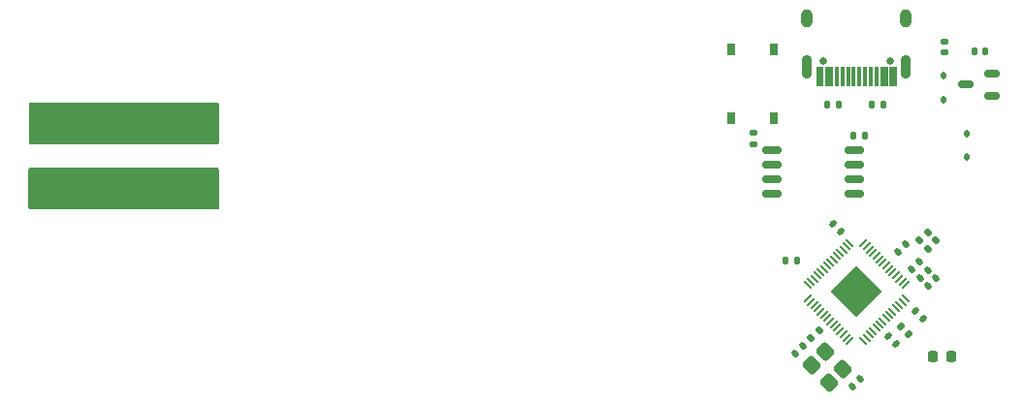
<source format=gts>
G04 #@! TF.GenerationSoftware,KiCad,Pcbnew,9.0.3*
G04 #@! TF.CreationDate,2025-08-18T16:43:48-07:00*
G04 #@! TF.ProjectId,OneBoardFlex,4f6e6542-6f61-4726-9446-6c65782e6b69,rev?*
G04 #@! TF.SameCoordinates,Original*
G04 #@! TF.FileFunction,Soldermask,Top*
G04 #@! TF.FilePolarity,Negative*
%FSLAX46Y46*%
G04 Gerber Fmt 4.6, Leading zero omitted, Abs format (unit mm)*
G04 Created by KiCad (PCBNEW 9.0.3) date 2025-08-18 16:43:48*
%MOMM*%
%LPD*%
G01*
G04 APERTURE LIST*
G04 Aperture macros list*
%AMRoundRect*
0 Rectangle with rounded corners*
0 $1 Rounding radius*
0 $2 $3 $4 $5 $6 $7 $8 $9 X,Y pos of 4 corners*
0 Add a 4 corners polygon primitive as box body*
4,1,4,$2,$3,$4,$5,$6,$7,$8,$9,$2,$3,0*
0 Add four circle primitives for the rounded corners*
1,1,$1+$1,$2,$3*
1,1,$1+$1,$4,$5*
1,1,$1+$1,$6,$7*
1,1,$1+$1,$8,$9*
0 Add four rect primitives between the rounded corners*
20,1,$1+$1,$2,$3,$4,$5,0*
20,1,$1+$1,$4,$5,$6,$7,0*
20,1,$1+$1,$6,$7,$8,$9,0*
20,1,$1+$1,$8,$9,$2,$3,0*%
%AMRotRect*
0 Rectangle, with rotation*
0 The origin of the aperture is its center*
0 $1 length*
0 $2 width*
0 $3 Rotation angle, in degrees counterclockwise*
0 Add horizontal line*
21,1,$1,$2,0,0,$3*%
G04 Aperture macros list end*
%ADD10C,0.650000*%
%ADD11R,0.300000X1.750000*%
%ADD12O,0.900000X2.100000*%
%ADD13O,1.000000X1.600000*%
%ADD14RoundRect,0.140000X-0.140000X-0.170000X0.140000X-0.170000X0.140000X0.170000X-0.140000X0.170000X0*%
%ADD15RoundRect,0.140000X-0.219203X-0.021213X-0.021213X-0.219203X0.219203X0.021213X0.021213X0.219203X0*%
%ADD16RoundRect,0.140000X0.021213X-0.219203X0.219203X-0.021213X-0.021213X0.219203X-0.219203X0.021213X0*%
%ADD17RoundRect,0.112500X-0.112500X0.187500X-0.112500X-0.187500X0.112500X-0.187500X0.112500X0.187500X0*%
%ADD18RoundRect,0.135000X-0.035355X0.226274X-0.226274X0.035355X0.035355X-0.226274X0.226274X-0.035355X0*%
%ADD19RoundRect,0.140000X-0.170000X0.140000X-0.170000X-0.140000X0.170000X-0.140000X0.170000X0.140000X0*%
%ADD20RoundRect,0.218750X0.218750X0.256250X-0.218750X0.256250X-0.218750X-0.256250X0.218750X-0.256250X0*%
%ADD21RoundRect,0.140000X-0.021213X0.219203X-0.219203X0.021213X0.021213X-0.219203X0.219203X-0.021213X0*%
%ADD22RoundRect,0.250000X-0.565685X0.070711X0.070711X-0.565685X0.565685X-0.070711X-0.070711X0.565685X0*%
%ADD23RoundRect,0.135000X0.135000X0.185000X-0.135000X0.185000X-0.135000X-0.185000X0.135000X-0.185000X0*%
%ADD24RoundRect,0.135000X-0.185000X0.135000X-0.185000X-0.135000X0.185000X-0.135000X0.185000X0.135000X0*%
%ADD25RoundRect,0.140000X0.219203X0.021213X0.021213X0.219203X-0.219203X-0.021213X-0.021213X-0.219203X0*%
%ADD26RoundRect,0.050000X-0.309359X0.238649X0.238649X-0.309359X0.309359X-0.238649X-0.238649X0.309359X0*%
%ADD27RoundRect,0.050000X-0.309359X-0.238649X-0.238649X-0.309359X0.309359X0.238649X0.238649X0.309359X0*%
%ADD28RotRect,3.200000X3.200000X315.000000*%
%ADD29RoundRect,0.150000X0.512500X0.150000X-0.512500X0.150000X-0.512500X-0.150000X0.512500X-0.150000X0*%
%ADD30RoundRect,0.135000X-0.226274X-0.035355X-0.035355X-0.226274X0.226274X0.035355X0.035355X0.226274X0*%
%ADD31RoundRect,0.162500X-0.650000X-0.162500X0.650000X-0.162500X0.650000X0.162500X-0.650000X0.162500X0*%
%ADD32R,0.750000X1.000000*%
%ADD33RoundRect,0.135000X-0.135000X-0.185000X0.135000X-0.185000X0.135000X0.185000X-0.135000X0.185000X0*%
G04 APERTURE END LIST*
D10*
X195597800Y-72183800D03*
X189817800Y-72183800D03*
D11*
X196057800Y-73523800D03*
X195257800Y-73523800D03*
X193957800Y-73523800D03*
X192957800Y-73523800D03*
X192457800Y-73523800D03*
X191457800Y-73523800D03*
X190157800Y-73523800D03*
X189357800Y-73523800D03*
X189657800Y-73523800D03*
X190457800Y-73523800D03*
X190957800Y-73523800D03*
X191957800Y-73523800D03*
X193457800Y-73523800D03*
X194457800Y-73523800D03*
X194957800Y-73523800D03*
X195757800Y-73523800D03*
D12*
X197027800Y-72683800D03*
D13*
X197027800Y-68503800D03*
D12*
X188387800Y-72683800D03*
D13*
X188387800Y-68503800D03*
D14*
X192458400Y-78740000D03*
X193418400Y-78740000D03*
D15*
X195443789Y-96231389D03*
X196122611Y-96910211D03*
D16*
X196332789Y-88833011D03*
X197011611Y-88154189D03*
D17*
X202361800Y-78502800D03*
X202361800Y-80602800D03*
D14*
X202999400Y-71374000D03*
X203959400Y-71374000D03*
D18*
X189438224Y-95702176D03*
X188716976Y-96423424D03*
D19*
X200355200Y-70487600D03*
X200355200Y-71447600D03*
D20*
X200939501Y-98044000D03*
X199364499Y-98044000D03*
D21*
X187994611Y-97094989D03*
X187315789Y-97773811D03*
D14*
X186514800Y-89611200D03*
X187474800Y-89611200D03*
D21*
X192973011Y-99939789D03*
X192294189Y-100618611D03*
D22*
X188740142Y-98781623D03*
X190295777Y-100337258D03*
X191497858Y-99135177D03*
X189942223Y-97579542D03*
D23*
X191111600Y-76022200D03*
X190091600Y-76022200D03*
D24*
X183692800Y-78484001D03*
X183692800Y-79503999D03*
D25*
X198510211Y-94675011D03*
X197831389Y-93996189D03*
D21*
X198916611Y-90440189D03*
X198237789Y-91119011D03*
X199627811Y-91151389D03*
X198948989Y-91830211D03*
D17*
X200329800Y-73499000D03*
X200329800Y-75599000D03*
D26*
X192115598Y-88104643D03*
X191832755Y-88387486D03*
X191549913Y-88670328D03*
X191267070Y-88953171D03*
X190984227Y-89236014D03*
X190701385Y-89518856D03*
X190418542Y-89801699D03*
X190135699Y-90084542D03*
X189852856Y-90367385D03*
X189570014Y-90650227D03*
X189287171Y-90933070D03*
X189004328Y-91215913D03*
X188721486Y-91498755D03*
X188438643Y-91781598D03*
D27*
X188438643Y-92966002D03*
X188721486Y-93248845D03*
X189004328Y-93531687D03*
X189287171Y-93814530D03*
X189570014Y-94097373D03*
X189852856Y-94380215D03*
X190135699Y-94663058D03*
X190418542Y-94945901D03*
X190701385Y-95228744D03*
X190984227Y-95511586D03*
X191267070Y-95794429D03*
X191549913Y-96077272D03*
X191832755Y-96360114D03*
X192115598Y-96642957D03*
D26*
X193300002Y-96642957D03*
X193582845Y-96360114D03*
X193865687Y-96077272D03*
X194148530Y-95794429D03*
X194431373Y-95511586D03*
X194714215Y-95228744D03*
X194997058Y-94945901D03*
X195279901Y-94663058D03*
X195562744Y-94380215D03*
X195845586Y-94097373D03*
X196128429Y-93814530D03*
X196411272Y-93531687D03*
X196694114Y-93248845D03*
X196976957Y-92966002D03*
D27*
X196976957Y-91781598D03*
X196694114Y-91498755D03*
X196411272Y-91215913D03*
X196128429Y-90933070D03*
X195845586Y-90650227D03*
X195562744Y-90367385D03*
X195279901Y-90084542D03*
X194997058Y-89801699D03*
X194714215Y-89518856D03*
X194431373Y-89236014D03*
X194148530Y-88953171D03*
X193865687Y-88670328D03*
X193582845Y-88387486D03*
X193300002Y-88104643D03*
D28*
X192707800Y-92373800D03*
D18*
X199649024Y-87878976D03*
X198927776Y-88600224D03*
D29*
X204515300Y-75208299D03*
X204515300Y-73308301D03*
X202240300Y-74258300D03*
D30*
X196540176Y-95346576D03*
X197261424Y-96067824D03*
D31*
X185286900Y-79984600D03*
X185286900Y-81254600D03*
X185286900Y-82524600D03*
X185286900Y-83794600D03*
X192461900Y-83794600D03*
X192461900Y-82524600D03*
X192461900Y-81254600D03*
X192461900Y-79984600D03*
D18*
X198937824Y-87167776D03*
X198216576Y-87889024D03*
D32*
X181767000Y-77211500D03*
X181767000Y-71211500D03*
X185517000Y-77211500D03*
X185517000Y-71211500D03*
D21*
X198205411Y-89728989D03*
X197526589Y-90407811D03*
D33*
X194054000Y-76022200D03*
X195074000Y-76022200D03*
D15*
X190668589Y-86376189D03*
X191347411Y-87055011D03*
G36*
X136963039Y-75849685D02*
G01*
X137008794Y-75902489D01*
X137020000Y-75954000D01*
X137020000Y-79356000D01*
X137000315Y-79423039D01*
X136947511Y-79468794D01*
X136896000Y-79480000D01*
X120534000Y-79480000D01*
X120466961Y-79460315D01*
X120421206Y-79407511D01*
X120410000Y-79356000D01*
X120410000Y-75954000D01*
X120429685Y-75886961D01*
X120482489Y-75841206D01*
X120534000Y-75830000D01*
X136896000Y-75830000D01*
X136963039Y-75849685D01*
G37*
G36*
X136953039Y-81539685D02*
G01*
X136998794Y-81592489D01*
X137010000Y-81644000D01*
X137010000Y-85046000D01*
X136990315Y-85113039D01*
X136937511Y-85158794D01*
X136886000Y-85170000D01*
X120524000Y-85170000D01*
X120456961Y-85150315D01*
X120411206Y-85097511D01*
X120400000Y-85046000D01*
X120400000Y-81644000D01*
X120419685Y-81576961D01*
X120472489Y-81531206D01*
X120524000Y-81520000D01*
X136886000Y-81520000D01*
X136953039Y-81539685D01*
G37*
M02*

</source>
